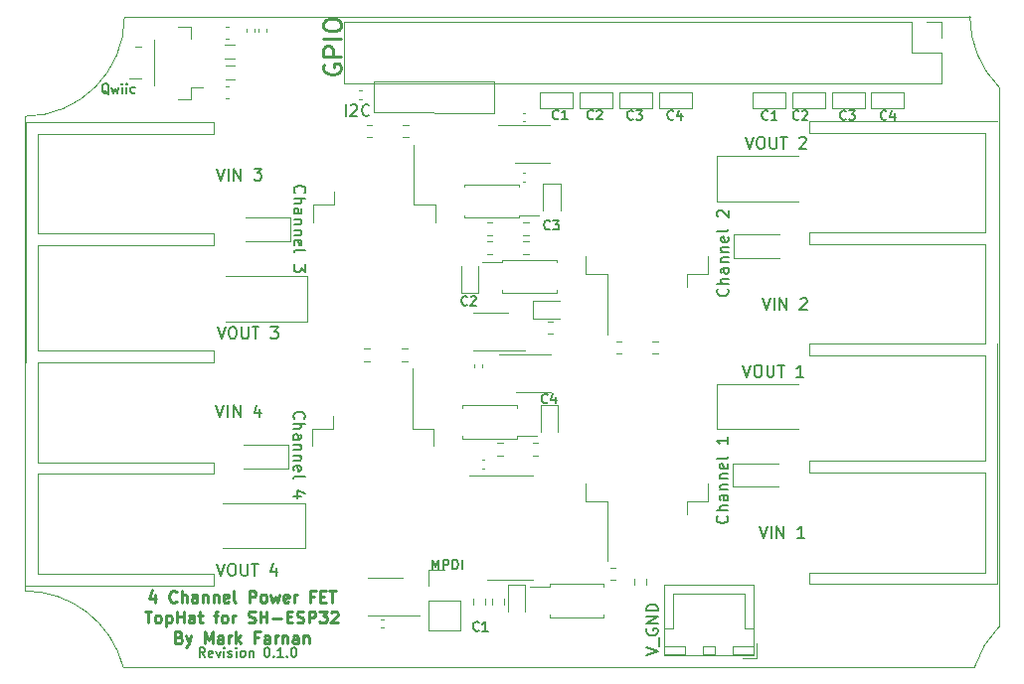
<source format=gbr>
%TF.GenerationSoftware,KiCad,Pcbnew,(5.1.8-0-10_14)*%
%TF.CreationDate,2020-12-03T14:34:03+01:00*%
%TF.ProjectId,SH-ESP32-PowerFET,53482d45-5350-4333-922d-506f77657246,0.1.0*%
%TF.SameCoordinates,Original*%
%TF.FileFunction,Legend,Top*%
%TF.FilePolarity,Positive*%
%FSLAX46Y46*%
G04 Gerber Fmt 4.6, Leading zero omitted, Abs format (unit mm)*
G04 Created by KiCad (PCBNEW (5.1.8-0-10_14)) date 2020-12-03 14:34:03*
%MOMM*%
%LPD*%
G01*
G04 APERTURE LIST*
%ADD10C,0.160000*%
%ADD11C,0.250000*%
%TA.AperFunction,Profile*%
%ADD12C,0.050000*%
%TD*%
%ADD13C,0.120000*%
G04 APERTURE END LIST*
D10*
X123742857Y-104111904D02*
X123742857Y-103311904D01*
X124009523Y-103883333D01*
X124276190Y-103311904D01*
X124276190Y-104111904D01*
X124657142Y-104111904D02*
X124657142Y-103311904D01*
X124961904Y-103311904D01*
X125038095Y-103350000D01*
X125076190Y-103388095D01*
X125114285Y-103464285D01*
X125114285Y-103578571D01*
X125076190Y-103654761D01*
X125038095Y-103692857D01*
X124961904Y-103730952D01*
X124657142Y-103730952D01*
X125457142Y-104111904D02*
X125457142Y-103311904D01*
X125647619Y-103311904D01*
X125761904Y-103350000D01*
X125838095Y-103426190D01*
X125876190Y-103502380D01*
X125914285Y-103654761D01*
X125914285Y-103769047D01*
X125876190Y-103921428D01*
X125838095Y-103997619D01*
X125761904Y-104073809D01*
X125647619Y-104111904D01*
X125457142Y-104111904D01*
X126257142Y-104111904D02*
X126257142Y-103311904D01*
X141952380Y-111488095D02*
X142952380Y-111154761D01*
X141952380Y-110821428D01*
X143047619Y-110726190D02*
X143047619Y-109964285D01*
X142000000Y-109202380D02*
X141952380Y-109297619D01*
X141952380Y-109440476D01*
X142000000Y-109583333D01*
X142095238Y-109678571D01*
X142190476Y-109726190D01*
X142380952Y-109773809D01*
X142523809Y-109773809D01*
X142714285Y-109726190D01*
X142809523Y-109678571D01*
X142904761Y-109583333D01*
X142952380Y-109440476D01*
X142952380Y-109345238D01*
X142904761Y-109202380D01*
X142857142Y-109154761D01*
X142523809Y-109154761D01*
X142523809Y-109345238D01*
X142952380Y-108726190D02*
X141952380Y-108726190D01*
X142952380Y-108154761D01*
X141952380Y-108154761D01*
X142952380Y-107678571D02*
X141952380Y-107678571D01*
X141952380Y-107440476D01*
X142000000Y-107297619D01*
X142095238Y-107202380D01*
X142190476Y-107154761D01*
X142380952Y-107107142D01*
X142523809Y-107107142D01*
X142714285Y-107154761D01*
X142809523Y-107202380D01*
X142904761Y-107297619D01*
X142952380Y-107440476D01*
X142952380Y-107678571D01*
X104342857Y-111611904D02*
X104076190Y-111230952D01*
X103885714Y-111611904D02*
X103885714Y-110811904D01*
X104190476Y-110811904D01*
X104266666Y-110850000D01*
X104304761Y-110888095D01*
X104342857Y-110964285D01*
X104342857Y-111078571D01*
X104304761Y-111154761D01*
X104266666Y-111192857D01*
X104190476Y-111230952D01*
X103885714Y-111230952D01*
X104990476Y-111573809D02*
X104914285Y-111611904D01*
X104761904Y-111611904D01*
X104685714Y-111573809D01*
X104647619Y-111497619D01*
X104647619Y-111192857D01*
X104685714Y-111116666D01*
X104761904Y-111078571D01*
X104914285Y-111078571D01*
X104990476Y-111116666D01*
X105028571Y-111192857D01*
X105028571Y-111269047D01*
X104647619Y-111345238D01*
X105295238Y-111078571D02*
X105485714Y-111611904D01*
X105676190Y-111078571D01*
X105980952Y-111611904D02*
X105980952Y-111078571D01*
X105980952Y-110811904D02*
X105942857Y-110850000D01*
X105980952Y-110888095D01*
X106019047Y-110850000D01*
X105980952Y-110811904D01*
X105980952Y-110888095D01*
X106323809Y-111573809D02*
X106400000Y-111611904D01*
X106552380Y-111611904D01*
X106628571Y-111573809D01*
X106666666Y-111497619D01*
X106666666Y-111459523D01*
X106628571Y-111383333D01*
X106552380Y-111345238D01*
X106438095Y-111345238D01*
X106361904Y-111307142D01*
X106323809Y-111230952D01*
X106323809Y-111192857D01*
X106361904Y-111116666D01*
X106438095Y-111078571D01*
X106552380Y-111078571D01*
X106628571Y-111116666D01*
X107009523Y-111611904D02*
X107009523Y-111078571D01*
X107009523Y-110811904D02*
X106971428Y-110850000D01*
X107009523Y-110888095D01*
X107047619Y-110850000D01*
X107009523Y-110811904D01*
X107009523Y-110888095D01*
X107504761Y-111611904D02*
X107428571Y-111573809D01*
X107390476Y-111535714D01*
X107352380Y-111459523D01*
X107352380Y-111230952D01*
X107390476Y-111154761D01*
X107428571Y-111116666D01*
X107504761Y-111078571D01*
X107619047Y-111078571D01*
X107695238Y-111116666D01*
X107733333Y-111154761D01*
X107771428Y-111230952D01*
X107771428Y-111459523D01*
X107733333Y-111535714D01*
X107695238Y-111573809D01*
X107619047Y-111611904D01*
X107504761Y-111611904D01*
X108114285Y-111078571D02*
X108114285Y-111611904D01*
X108114285Y-111154761D02*
X108152380Y-111116666D01*
X108228571Y-111078571D01*
X108342857Y-111078571D01*
X108419047Y-111116666D01*
X108457142Y-111192857D01*
X108457142Y-111611904D01*
X109600000Y-110811904D02*
X109676190Y-110811904D01*
X109752380Y-110850000D01*
X109790476Y-110888095D01*
X109828571Y-110964285D01*
X109866666Y-111116666D01*
X109866666Y-111307142D01*
X109828571Y-111459523D01*
X109790476Y-111535714D01*
X109752380Y-111573809D01*
X109676190Y-111611904D01*
X109600000Y-111611904D01*
X109523809Y-111573809D01*
X109485714Y-111535714D01*
X109447619Y-111459523D01*
X109409523Y-111307142D01*
X109409523Y-111116666D01*
X109447619Y-110964285D01*
X109485714Y-110888095D01*
X109523809Y-110850000D01*
X109600000Y-110811904D01*
X110209523Y-111535714D02*
X110247619Y-111573809D01*
X110209523Y-111611904D01*
X110171428Y-111573809D01*
X110209523Y-111535714D01*
X110209523Y-111611904D01*
X111009523Y-111611904D02*
X110552380Y-111611904D01*
X110780952Y-111611904D02*
X110780952Y-110811904D01*
X110704761Y-110926190D01*
X110628571Y-111002380D01*
X110552380Y-111040476D01*
X111352380Y-111535714D02*
X111390476Y-111573809D01*
X111352380Y-111611904D01*
X111314285Y-111573809D01*
X111352380Y-111535714D01*
X111352380Y-111611904D01*
X111885714Y-110811904D02*
X111961904Y-110811904D01*
X112038095Y-110850000D01*
X112076190Y-110888095D01*
X112114285Y-110964285D01*
X112152380Y-111116666D01*
X112152380Y-111307142D01*
X112114285Y-111459523D01*
X112076190Y-111535714D01*
X112038095Y-111573809D01*
X111961904Y-111611904D01*
X111885714Y-111611904D01*
X111809523Y-111573809D01*
X111771428Y-111535714D01*
X111733333Y-111459523D01*
X111695238Y-111307142D01*
X111695238Y-111116666D01*
X111733333Y-110964285D01*
X111771428Y-110888095D01*
X111809523Y-110850000D01*
X111885714Y-110811904D01*
D11*
X100071428Y-106285714D02*
X100071428Y-106952380D01*
X99833333Y-105904761D02*
X99595238Y-106619047D01*
X100214285Y-106619047D01*
X101928571Y-106857142D02*
X101880952Y-106904761D01*
X101738095Y-106952380D01*
X101642857Y-106952380D01*
X101500000Y-106904761D01*
X101404761Y-106809523D01*
X101357142Y-106714285D01*
X101309523Y-106523809D01*
X101309523Y-106380952D01*
X101357142Y-106190476D01*
X101404761Y-106095238D01*
X101500000Y-106000000D01*
X101642857Y-105952380D01*
X101738095Y-105952380D01*
X101880952Y-106000000D01*
X101928571Y-106047619D01*
X102357142Y-106952380D02*
X102357142Y-105952380D01*
X102785714Y-106952380D02*
X102785714Y-106428571D01*
X102738095Y-106333333D01*
X102642857Y-106285714D01*
X102500000Y-106285714D01*
X102404761Y-106333333D01*
X102357142Y-106380952D01*
X103690476Y-106952380D02*
X103690476Y-106428571D01*
X103642857Y-106333333D01*
X103547619Y-106285714D01*
X103357142Y-106285714D01*
X103261904Y-106333333D01*
X103690476Y-106904761D02*
X103595238Y-106952380D01*
X103357142Y-106952380D01*
X103261904Y-106904761D01*
X103214285Y-106809523D01*
X103214285Y-106714285D01*
X103261904Y-106619047D01*
X103357142Y-106571428D01*
X103595238Y-106571428D01*
X103690476Y-106523809D01*
X104166666Y-106285714D02*
X104166666Y-106952380D01*
X104166666Y-106380952D02*
X104214285Y-106333333D01*
X104309523Y-106285714D01*
X104452380Y-106285714D01*
X104547619Y-106333333D01*
X104595238Y-106428571D01*
X104595238Y-106952380D01*
X105071428Y-106285714D02*
X105071428Y-106952380D01*
X105071428Y-106380952D02*
X105119047Y-106333333D01*
X105214285Y-106285714D01*
X105357142Y-106285714D01*
X105452380Y-106333333D01*
X105500000Y-106428571D01*
X105500000Y-106952380D01*
X106357142Y-106904761D02*
X106261904Y-106952380D01*
X106071428Y-106952380D01*
X105976190Y-106904761D01*
X105928571Y-106809523D01*
X105928571Y-106428571D01*
X105976190Y-106333333D01*
X106071428Y-106285714D01*
X106261904Y-106285714D01*
X106357142Y-106333333D01*
X106404761Y-106428571D01*
X106404761Y-106523809D01*
X105928571Y-106619047D01*
X106976190Y-106952380D02*
X106880952Y-106904761D01*
X106833333Y-106809523D01*
X106833333Y-105952380D01*
X108119047Y-106952380D02*
X108119047Y-105952380D01*
X108500000Y-105952380D01*
X108595238Y-106000000D01*
X108642857Y-106047619D01*
X108690476Y-106142857D01*
X108690476Y-106285714D01*
X108642857Y-106380952D01*
X108595238Y-106428571D01*
X108500000Y-106476190D01*
X108119047Y-106476190D01*
X109261904Y-106952380D02*
X109166666Y-106904761D01*
X109119047Y-106857142D01*
X109071428Y-106761904D01*
X109071428Y-106476190D01*
X109119047Y-106380952D01*
X109166666Y-106333333D01*
X109261904Y-106285714D01*
X109404761Y-106285714D01*
X109500000Y-106333333D01*
X109547619Y-106380952D01*
X109595238Y-106476190D01*
X109595238Y-106761904D01*
X109547619Y-106857142D01*
X109500000Y-106904761D01*
X109404761Y-106952380D01*
X109261904Y-106952380D01*
X109928571Y-106285714D02*
X110119047Y-106952380D01*
X110309523Y-106476190D01*
X110500000Y-106952380D01*
X110690476Y-106285714D01*
X111452380Y-106904761D02*
X111357142Y-106952380D01*
X111166666Y-106952380D01*
X111071428Y-106904761D01*
X111023809Y-106809523D01*
X111023809Y-106428571D01*
X111071428Y-106333333D01*
X111166666Y-106285714D01*
X111357142Y-106285714D01*
X111452380Y-106333333D01*
X111500000Y-106428571D01*
X111500000Y-106523809D01*
X111023809Y-106619047D01*
X111928571Y-106952380D02*
X111928571Y-106285714D01*
X111928571Y-106476190D02*
X111976190Y-106380952D01*
X112023809Y-106333333D01*
X112119047Y-106285714D01*
X112214285Y-106285714D01*
X113642857Y-106428571D02*
X113309523Y-106428571D01*
X113309523Y-106952380D02*
X113309523Y-105952380D01*
X113785714Y-105952380D01*
X114166666Y-106428571D02*
X114500000Y-106428571D01*
X114642857Y-106952380D02*
X114166666Y-106952380D01*
X114166666Y-105952380D01*
X114642857Y-105952380D01*
X114928571Y-105952380D02*
X115500000Y-105952380D01*
X115214285Y-106952380D02*
X115214285Y-105952380D01*
X99238095Y-107702380D02*
X99809523Y-107702380D01*
X99523809Y-108702380D02*
X99523809Y-107702380D01*
X100285714Y-108702380D02*
X100190476Y-108654761D01*
X100142857Y-108607142D01*
X100095238Y-108511904D01*
X100095238Y-108226190D01*
X100142857Y-108130952D01*
X100190476Y-108083333D01*
X100285714Y-108035714D01*
X100428571Y-108035714D01*
X100523809Y-108083333D01*
X100571428Y-108130952D01*
X100619047Y-108226190D01*
X100619047Y-108511904D01*
X100571428Y-108607142D01*
X100523809Y-108654761D01*
X100428571Y-108702380D01*
X100285714Y-108702380D01*
X101047619Y-108035714D02*
X101047619Y-109035714D01*
X101047619Y-108083333D02*
X101142857Y-108035714D01*
X101333333Y-108035714D01*
X101428571Y-108083333D01*
X101476190Y-108130952D01*
X101523809Y-108226190D01*
X101523809Y-108511904D01*
X101476190Y-108607142D01*
X101428571Y-108654761D01*
X101333333Y-108702380D01*
X101142857Y-108702380D01*
X101047619Y-108654761D01*
X101952380Y-108702380D02*
X101952380Y-107702380D01*
X101952380Y-108178571D02*
X102523809Y-108178571D01*
X102523809Y-108702380D02*
X102523809Y-107702380D01*
X103428571Y-108702380D02*
X103428571Y-108178571D01*
X103380952Y-108083333D01*
X103285714Y-108035714D01*
X103095238Y-108035714D01*
X103000000Y-108083333D01*
X103428571Y-108654761D02*
X103333333Y-108702380D01*
X103095238Y-108702380D01*
X103000000Y-108654761D01*
X102952380Y-108559523D01*
X102952380Y-108464285D01*
X103000000Y-108369047D01*
X103095238Y-108321428D01*
X103333333Y-108321428D01*
X103428571Y-108273809D01*
X103761904Y-108035714D02*
X104142857Y-108035714D01*
X103904761Y-107702380D02*
X103904761Y-108559523D01*
X103952380Y-108654761D01*
X104047619Y-108702380D01*
X104142857Y-108702380D01*
X105095238Y-108035714D02*
X105476190Y-108035714D01*
X105238095Y-108702380D02*
X105238095Y-107845238D01*
X105285714Y-107750000D01*
X105380952Y-107702380D01*
X105476190Y-107702380D01*
X105952380Y-108702380D02*
X105857142Y-108654761D01*
X105809523Y-108607142D01*
X105761904Y-108511904D01*
X105761904Y-108226190D01*
X105809523Y-108130952D01*
X105857142Y-108083333D01*
X105952380Y-108035714D01*
X106095238Y-108035714D01*
X106190476Y-108083333D01*
X106238095Y-108130952D01*
X106285714Y-108226190D01*
X106285714Y-108511904D01*
X106238095Y-108607142D01*
X106190476Y-108654761D01*
X106095238Y-108702380D01*
X105952380Y-108702380D01*
X106714285Y-108702380D02*
X106714285Y-108035714D01*
X106714285Y-108226190D02*
X106761904Y-108130952D01*
X106809523Y-108083333D01*
X106904761Y-108035714D01*
X107000000Y-108035714D01*
X108047619Y-108654761D02*
X108190476Y-108702380D01*
X108428571Y-108702380D01*
X108523809Y-108654761D01*
X108571428Y-108607142D01*
X108619047Y-108511904D01*
X108619047Y-108416666D01*
X108571428Y-108321428D01*
X108523809Y-108273809D01*
X108428571Y-108226190D01*
X108238095Y-108178571D01*
X108142857Y-108130952D01*
X108095238Y-108083333D01*
X108047619Y-107988095D01*
X108047619Y-107892857D01*
X108095238Y-107797619D01*
X108142857Y-107750000D01*
X108238095Y-107702380D01*
X108476190Y-107702380D01*
X108619047Y-107750000D01*
X109047619Y-108702380D02*
X109047619Y-107702380D01*
X109047619Y-108178571D02*
X109619047Y-108178571D01*
X109619047Y-108702380D02*
X109619047Y-107702380D01*
X110095238Y-108321428D02*
X110857142Y-108321428D01*
X111333333Y-108178571D02*
X111666666Y-108178571D01*
X111809523Y-108702380D02*
X111333333Y-108702380D01*
X111333333Y-107702380D01*
X111809523Y-107702380D01*
X112190476Y-108654761D02*
X112333333Y-108702380D01*
X112571428Y-108702380D01*
X112666666Y-108654761D01*
X112714285Y-108607142D01*
X112761904Y-108511904D01*
X112761904Y-108416666D01*
X112714285Y-108321428D01*
X112666666Y-108273809D01*
X112571428Y-108226190D01*
X112380952Y-108178571D01*
X112285714Y-108130952D01*
X112238095Y-108083333D01*
X112190476Y-107988095D01*
X112190476Y-107892857D01*
X112238095Y-107797619D01*
X112285714Y-107750000D01*
X112380952Y-107702380D01*
X112619047Y-107702380D01*
X112761904Y-107750000D01*
X113190476Y-108702380D02*
X113190476Y-107702380D01*
X113571428Y-107702380D01*
X113666666Y-107750000D01*
X113714285Y-107797619D01*
X113761904Y-107892857D01*
X113761904Y-108035714D01*
X113714285Y-108130952D01*
X113666666Y-108178571D01*
X113571428Y-108226190D01*
X113190476Y-108226190D01*
X114095238Y-107702380D02*
X114714285Y-107702380D01*
X114380952Y-108083333D01*
X114523809Y-108083333D01*
X114619047Y-108130952D01*
X114666666Y-108178571D01*
X114714285Y-108273809D01*
X114714285Y-108511904D01*
X114666666Y-108607142D01*
X114619047Y-108654761D01*
X114523809Y-108702380D01*
X114238095Y-108702380D01*
X114142857Y-108654761D01*
X114095238Y-108607142D01*
X115095238Y-107797619D02*
X115142857Y-107750000D01*
X115238095Y-107702380D01*
X115476190Y-107702380D01*
X115571428Y-107750000D01*
X115619047Y-107797619D01*
X115666666Y-107892857D01*
X115666666Y-107988095D01*
X115619047Y-108130952D01*
X115047619Y-108702380D01*
X115666666Y-108702380D01*
X102142857Y-109928571D02*
X102285714Y-109976190D01*
X102333333Y-110023809D01*
X102380952Y-110119047D01*
X102380952Y-110261904D01*
X102333333Y-110357142D01*
X102285714Y-110404761D01*
X102190476Y-110452380D01*
X101809523Y-110452380D01*
X101809523Y-109452380D01*
X102142857Y-109452380D01*
X102238095Y-109500000D01*
X102285714Y-109547619D01*
X102333333Y-109642857D01*
X102333333Y-109738095D01*
X102285714Y-109833333D01*
X102238095Y-109880952D01*
X102142857Y-109928571D01*
X101809523Y-109928571D01*
X102714285Y-109785714D02*
X102952380Y-110452380D01*
X103190476Y-109785714D02*
X102952380Y-110452380D01*
X102857142Y-110690476D01*
X102809523Y-110738095D01*
X102714285Y-110785714D01*
X104333333Y-110452380D02*
X104333333Y-109452380D01*
X104666666Y-110166666D01*
X105000000Y-109452380D01*
X105000000Y-110452380D01*
X105904761Y-110452380D02*
X105904761Y-109928571D01*
X105857142Y-109833333D01*
X105761904Y-109785714D01*
X105571428Y-109785714D01*
X105476190Y-109833333D01*
X105904761Y-110404761D02*
X105809523Y-110452380D01*
X105571428Y-110452380D01*
X105476190Y-110404761D01*
X105428571Y-110309523D01*
X105428571Y-110214285D01*
X105476190Y-110119047D01*
X105571428Y-110071428D01*
X105809523Y-110071428D01*
X105904761Y-110023809D01*
X106380952Y-110452380D02*
X106380952Y-109785714D01*
X106380952Y-109976190D02*
X106428571Y-109880952D01*
X106476190Y-109833333D01*
X106571428Y-109785714D01*
X106666666Y-109785714D01*
X107000000Y-110452380D02*
X107000000Y-109452380D01*
X107095238Y-110071428D02*
X107380952Y-110452380D01*
X107380952Y-109785714D02*
X107000000Y-110166666D01*
X108904761Y-109928571D02*
X108571428Y-109928571D01*
X108571428Y-110452380D02*
X108571428Y-109452380D01*
X109047619Y-109452380D01*
X109857142Y-110452380D02*
X109857142Y-109928571D01*
X109809523Y-109833333D01*
X109714285Y-109785714D01*
X109523809Y-109785714D01*
X109428571Y-109833333D01*
X109857142Y-110404761D02*
X109761904Y-110452380D01*
X109523809Y-110452380D01*
X109428571Y-110404761D01*
X109380952Y-110309523D01*
X109380952Y-110214285D01*
X109428571Y-110119047D01*
X109523809Y-110071428D01*
X109761904Y-110071428D01*
X109857142Y-110023809D01*
X110333333Y-110452380D02*
X110333333Y-109785714D01*
X110333333Y-109976190D02*
X110380952Y-109880952D01*
X110428571Y-109833333D01*
X110523809Y-109785714D01*
X110619047Y-109785714D01*
X110952380Y-109785714D02*
X110952380Y-110452380D01*
X110952380Y-109880952D02*
X111000000Y-109833333D01*
X111095238Y-109785714D01*
X111238095Y-109785714D01*
X111333333Y-109833333D01*
X111380952Y-109928571D01*
X111380952Y-110452380D01*
X112285714Y-110452380D02*
X112285714Y-109928571D01*
X112238095Y-109833333D01*
X112142857Y-109785714D01*
X111952380Y-109785714D01*
X111857142Y-109833333D01*
X112285714Y-110404761D02*
X112190476Y-110452380D01*
X111952380Y-110452380D01*
X111857142Y-110404761D01*
X111809523Y-110309523D01*
X111809523Y-110214285D01*
X111857142Y-110119047D01*
X111952380Y-110071428D01*
X112190476Y-110071428D01*
X112285714Y-110023809D01*
X112761904Y-109785714D02*
X112761904Y-110452380D01*
X112761904Y-109880952D02*
X112809523Y-109833333D01*
X112904761Y-109785714D01*
X113047619Y-109785714D01*
X113142857Y-109833333D01*
X113190476Y-109928571D01*
X113190476Y-110452380D01*
D10*
X116333809Y-65482380D02*
X116333809Y-64482380D01*
X116762380Y-64577619D02*
X116810000Y-64530000D01*
X116905238Y-64482380D01*
X117143333Y-64482380D01*
X117238571Y-64530000D01*
X117286190Y-64577619D01*
X117333809Y-64672857D01*
X117333809Y-64768095D01*
X117286190Y-64910952D01*
X116714761Y-65482380D01*
X117333809Y-65482380D01*
X118333809Y-65387142D02*
X118286190Y-65434761D01*
X118143333Y-65482380D01*
X118048095Y-65482380D01*
X117905238Y-65434761D01*
X117810000Y-65339523D01*
X117762380Y-65244285D01*
X117714761Y-65053809D01*
X117714761Y-64910952D01*
X117762380Y-64720476D01*
X117810000Y-64625238D01*
X117905238Y-64530000D01*
X118048095Y-64482380D01*
X118143333Y-64482380D01*
X118286190Y-64530000D01*
X118333809Y-64577619D01*
X96161904Y-63598095D02*
X96085714Y-63560000D01*
X96009523Y-63483809D01*
X95895238Y-63369523D01*
X95819047Y-63331428D01*
X95742857Y-63331428D01*
X95780952Y-63521904D02*
X95704761Y-63483809D01*
X95628571Y-63407619D01*
X95590476Y-63255238D01*
X95590476Y-62988571D01*
X95628571Y-62836190D01*
X95704761Y-62760000D01*
X95780952Y-62721904D01*
X95933333Y-62721904D01*
X96009523Y-62760000D01*
X96085714Y-62836190D01*
X96123809Y-62988571D01*
X96123809Y-63255238D01*
X96085714Y-63407619D01*
X96009523Y-63483809D01*
X95933333Y-63521904D01*
X95780952Y-63521904D01*
X96390476Y-62988571D02*
X96542857Y-63521904D01*
X96695238Y-63140952D01*
X96847619Y-63521904D01*
X97000000Y-62988571D01*
X97304761Y-63521904D02*
X97304761Y-62988571D01*
X97304761Y-62721904D02*
X97266666Y-62760000D01*
X97304761Y-62798095D01*
X97342857Y-62760000D01*
X97304761Y-62721904D01*
X97304761Y-62798095D01*
X97685714Y-63521904D02*
X97685714Y-62988571D01*
X97685714Y-62721904D02*
X97647619Y-62760000D01*
X97685714Y-62798095D01*
X97723809Y-62760000D01*
X97685714Y-62721904D01*
X97685714Y-62798095D01*
X98409523Y-63483809D02*
X98333333Y-63521904D01*
X98180952Y-63521904D01*
X98104761Y-63483809D01*
X98066666Y-63445714D01*
X98028571Y-63369523D01*
X98028571Y-63140952D01*
X98066666Y-63064761D01*
X98104761Y-63026666D01*
X98180952Y-62988571D01*
X98333333Y-62988571D01*
X98409523Y-63026666D01*
X150410952Y-67252380D02*
X150744285Y-68252380D01*
X151077619Y-67252380D01*
X151601428Y-67252380D02*
X151791904Y-67252380D01*
X151887142Y-67300000D01*
X151982380Y-67395238D01*
X152030000Y-67585714D01*
X152030000Y-67919047D01*
X151982380Y-68109523D01*
X151887142Y-68204761D01*
X151791904Y-68252380D01*
X151601428Y-68252380D01*
X151506190Y-68204761D01*
X151410952Y-68109523D01*
X151363333Y-67919047D01*
X151363333Y-67585714D01*
X151410952Y-67395238D01*
X151506190Y-67300000D01*
X151601428Y-67252380D01*
X152458571Y-67252380D02*
X152458571Y-68061904D01*
X152506190Y-68157142D01*
X152553809Y-68204761D01*
X152649047Y-68252380D01*
X152839523Y-68252380D01*
X152934761Y-68204761D01*
X152982380Y-68157142D01*
X153030000Y-68061904D01*
X153030000Y-67252380D01*
X153363333Y-67252380D02*
X153934761Y-67252380D01*
X153649047Y-68252380D02*
X153649047Y-67252380D01*
X154982380Y-67347619D02*
X155030000Y-67300000D01*
X155125238Y-67252380D01*
X155363333Y-67252380D01*
X155458571Y-67300000D01*
X155506190Y-67347619D01*
X155553809Y-67442857D01*
X155553809Y-67538095D01*
X155506190Y-67680952D01*
X154934761Y-68252380D01*
X155553809Y-68252380D01*
X151817619Y-81002380D02*
X152150952Y-82002380D01*
X152484285Y-81002380D01*
X152817619Y-82002380D02*
X152817619Y-81002380D01*
X153293809Y-82002380D02*
X153293809Y-81002380D01*
X153865238Y-82002380D01*
X153865238Y-81002380D01*
X155055714Y-81097619D02*
X155103333Y-81050000D01*
X155198571Y-81002380D01*
X155436666Y-81002380D01*
X155531904Y-81050000D01*
X155579523Y-81097619D01*
X155627142Y-81192857D01*
X155627142Y-81288095D01*
X155579523Y-81430952D01*
X155008095Y-82002380D01*
X155627142Y-82002380D01*
X151577619Y-100462380D02*
X151910952Y-101462380D01*
X152244285Y-100462380D01*
X152577619Y-101462380D02*
X152577619Y-100462380D01*
X153053809Y-101462380D02*
X153053809Y-100462380D01*
X153625238Y-101462380D01*
X153625238Y-100462380D01*
X155387142Y-101462380D02*
X154815714Y-101462380D01*
X155101428Y-101462380D02*
X155101428Y-100462380D01*
X155006190Y-100605238D01*
X154910952Y-100700476D01*
X154815714Y-100748095D01*
X150170952Y-86712380D02*
X150504285Y-87712380D01*
X150837619Y-86712380D01*
X151361428Y-86712380D02*
X151551904Y-86712380D01*
X151647142Y-86760000D01*
X151742380Y-86855238D01*
X151790000Y-87045714D01*
X151790000Y-87379047D01*
X151742380Y-87569523D01*
X151647142Y-87664761D01*
X151551904Y-87712380D01*
X151361428Y-87712380D01*
X151266190Y-87664761D01*
X151170952Y-87569523D01*
X151123333Y-87379047D01*
X151123333Y-87045714D01*
X151170952Y-86855238D01*
X151266190Y-86760000D01*
X151361428Y-86712380D01*
X152218571Y-86712380D02*
X152218571Y-87521904D01*
X152266190Y-87617142D01*
X152313809Y-87664761D01*
X152409047Y-87712380D01*
X152599523Y-87712380D01*
X152694761Y-87664761D01*
X152742380Y-87617142D01*
X152790000Y-87521904D01*
X152790000Y-86712380D01*
X153123333Y-86712380D02*
X153694761Y-86712380D01*
X153409047Y-87712380D02*
X153409047Y-86712380D01*
X155313809Y-87712380D02*
X154742380Y-87712380D01*
X155028095Y-87712380D02*
X155028095Y-86712380D01*
X154932857Y-86855238D01*
X154837619Y-86950476D01*
X154742380Y-86998095D01*
X105370952Y-103662380D02*
X105704285Y-104662380D01*
X106037619Y-103662380D01*
X106561428Y-103662380D02*
X106751904Y-103662380D01*
X106847142Y-103710000D01*
X106942380Y-103805238D01*
X106990000Y-103995714D01*
X106990000Y-104329047D01*
X106942380Y-104519523D01*
X106847142Y-104614761D01*
X106751904Y-104662380D01*
X106561428Y-104662380D01*
X106466190Y-104614761D01*
X106370952Y-104519523D01*
X106323333Y-104329047D01*
X106323333Y-103995714D01*
X106370952Y-103805238D01*
X106466190Y-103710000D01*
X106561428Y-103662380D01*
X107418571Y-103662380D02*
X107418571Y-104471904D01*
X107466190Y-104567142D01*
X107513809Y-104614761D01*
X107609047Y-104662380D01*
X107799523Y-104662380D01*
X107894761Y-104614761D01*
X107942380Y-104567142D01*
X107990000Y-104471904D01*
X107990000Y-103662380D01*
X108323333Y-103662380D02*
X108894761Y-103662380D01*
X108609047Y-104662380D02*
X108609047Y-103662380D01*
X110418571Y-103995714D02*
X110418571Y-104662380D01*
X110180476Y-103614761D02*
X109942380Y-104329047D01*
X110561428Y-104329047D01*
X105297619Y-90152380D02*
X105630952Y-91152380D01*
X105964285Y-90152380D01*
X106297619Y-91152380D02*
X106297619Y-90152380D01*
X106773809Y-91152380D02*
X106773809Y-90152380D01*
X107345238Y-91152380D01*
X107345238Y-90152380D01*
X109011904Y-90485714D02*
X109011904Y-91152380D01*
X108773809Y-90104761D02*
X108535714Y-90819047D01*
X109154761Y-90819047D01*
X105420952Y-83462380D02*
X105754285Y-84462380D01*
X106087619Y-83462380D01*
X106611428Y-83462380D02*
X106801904Y-83462380D01*
X106897142Y-83510000D01*
X106992380Y-83605238D01*
X107040000Y-83795714D01*
X107040000Y-84129047D01*
X106992380Y-84319523D01*
X106897142Y-84414761D01*
X106801904Y-84462380D01*
X106611428Y-84462380D01*
X106516190Y-84414761D01*
X106420952Y-84319523D01*
X106373333Y-84129047D01*
X106373333Y-83795714D01*
X106420952Y-83605238D01*
X106516190Y-83510000D01*
X106611428Y-83462380D01*
X107468571Y-83462380D02*
X107468571Y-84271904D01*
X107516190Y-84367142D01*
X107563809Y-84414761D01*
X107659047Y-84462380D01*
X107849523Y-84462380D01*
X107944761Y-84414761D01*
X107992380Y-84367142D01*
X108040000Y-84271904D01*
X108040000Y-83462380D01*
X108373333Y-83462380D02*
X108944761Y-83462380D01*
X108659047Y-84462380D02*
X108659047Y-83462380D01*
X109944761Y-83462380D02*
X110563809Y-83462380D01*
X110230476Y-83843333D01*
X110373333Y-83843333D01*
X110468571Y-83890952D01*
X110516190Y-83938571D01*
X110563809Y-84033809D01*
X110563809Y-84271904D01*
X110516190Y-84367142D01*
X110468571Y-84414761D01*
X110373333Y-84462380D01*
X110087619Y-84462380D01*
X109992380Y-84414761D01*
X109944761Y-84367142D01*
X105347619Y-69952380D02*
X105680952Y-70952380D01*
X106014285Y-69952380D01*
X106347619Y-70952380D02*
X106347619Y-69952380D01*
X106823809Y-70952380D02*
X106823809Y-69952380D01*
X107395238Y-70952380D01*
X107395238Y-69952380D01*
X108538095Y-69952380D02*
X109157142Y-69952380D01*
X108823809Y-70333333D01*
X108966666Y-70333333D01*
X109061904Y-70380952D01*
X109109523Y-70428571D01*
X109157142Y-70523809D01*
X109157142Y-70761904D01*
X109109523Y-70857142D01*
X109061904Y-70904761D01*
X108966666Y-70952380D01*
X108680952Y-70952380D01*
X108585714Y-70904761D01*
X108538095Y-70857142D01*
X148857142Y-80207619D02*
X148904761Y-80255238D01*
X148952380Y-80398095D01*
X148952380Y-80493333D01*
X148904761Y-80636190D01*
X148809523Y-80731428D01*
X148714285Y-80779047D01*
X148523809Y-80826666D01*
X148380952Y-80826666D01*
X148190476Y-80779047D01*
X148095238Y-80731428D01*
X148000000Y-80636190D01*
X147952380Y-80493333D01*
X147952380Y-80398095D01*
X148000000Y-80255238D01*
X148047619Y-80207619D01*
X148952380Y-79779047D02*
X147952380Y-79779047D01*
X148952380Y-79350476D02*
X148428571Y-79350476D01*
X148333333Y-79398095D01*
X148285714Y-79493333D01*
X148285714Y-79636190D01*
X148333333Y-79731428D01*
X148380952Y-79779047D01*
X148952380Y-78445714D02*
X148428571Y-78445714D01*
X148333333Y-78493333D01*
X148285714Y-78588571D01*
X148285714Y-78779047D01*
X148333333Y-78874285D01*
X148904761Y-78445714D02*
X148952380Y-78540952D01*
X148952380Y-78779047D01*
X148904761Y-78874285D01*
X148809523Y-78921904D01*
X148714285Y-78921904D01*
X148619047Y-78874285D01*
X148571428Y-78779047D01*
X148571428Y-78540952D01*
X148523809Y-78445714D01*
X148285714Y-77969523D02*
X148952380Y-77969523D01*
X148380952Y-77969523D02*
X148333333Y-77921904D01*
X148285714Y-77826666D01*
X148285714Y-77683809D01*
X148333333Y-77588571D01*
X148428571Y-77540952D01*
X148952380Y-77540952D01*
X148285714Y-77064761D02*
X148952380Y-77064761D01*
X148380952Y-77064761D02*
X148333333Y-77017142D01*
X148285714Y-76921904D01*
X148285714Y-76779047D01*
X148333333Y-76683809D01*
X148428571Y-76636190D01*
X148952380Y-76636190D01*
X148904761Y-75779047D02*
X148952380Y-75874285D01*
X148952380Y-76064761D01*
X148904761Y-76160000D01*
X148809523Y-76207619D01*
X148428571Y-76207619D01*
X148333333Y-76160000D01*
X148285714Y-76064761D01*
X148285714Y-75874285D01*
X148333333Y-75779047D01*
X148428571Y-75731428D01*
X148523809Y-75731428D01*
X148619047Y-76207619D01*
X148952380Y-75160000D02*
X148904761Y-75255238D01*
X148809523Y-75302857D01*
X147952380Y-75302857D01*
X148047619Y-74064761D02*
X148000000Y-74017142D01*
X147952380Y-73921904D01*
X147952380Y-73683809D01*
X148000000Y-73588571D01*
X148047619Y-73540952D01*
X148142857Y-73493333D01*
X148238095Y-73493333D01*
X148380952Y-73540952D01*
X148952380Y-74112380D01*
X148952380Y-73493333D01*
X148807142Y-99567619D02*
X148854761Y-99615238D01*
X148902380Y-99758095D01*
X148902380Y-99853333D01*
X148854761Y-99996190D01*
X148759523Y-100091428D01*
X148664285Y-100139047D01*
X148473809Y-100186666D01*
X148330952Y-100186666D01*
X148140476Y-100139047D01*
X148045238Y-100091428D01*
X147950000Y-99996190D01*
X147902380Y-99853333D01*
X147902380Y-99758095D01*
X147950000Y-99615238D01*
X147997619Y-99567619D01*
X148902380Y-99139047D02*
X147902380Y-99139047D01*
X148902380Y-98710476D02*
X148378571Y-98710476D01*
X148283333Y-98758095D01*
X148235714Y-98853333D01*
X148235714Y-98996190D01*
X148283333Y-99091428D01*
X148330952Y-99139047D01*
X148902380Y-97805714D02*
X148378571Y-97805714D01*
X148283333Y-97853333D01*
X148235714Y-97948571D01*
X148235714Y-98139047D01*
X148283333Y-98234285D01*
X148854761Y-97805714D02*
X148902380Y-97900952D01*
X148902380Y-98139047D01*
X148854761Y-98234285D01*
X148759523Y-98281904D01*
X148664285Y-98281904D01*
X148569047Y-98234285D01*
X148521428Y-98139047D01*
X148521428Y-97900952D01*
X148473809Y-97805714D01*
X148235714Y-97329523D02*
X148902380Y-97329523D01*
X148330952Y-97329523D02*
X148283333Y-97281904D01*
X148235714Y-97186666D01*
X148235714Y-97043809D01*
X148283333Y-96948571D01*
X148378571Y-96900952D01*
X148902380Y-96900952D01*
X148235714Y-96424761D02*
X148902380Y-96424761D01*
X148330952Y-96424761D02*
X148283333Y-96377142D01*
X148235714Y-96281904D01*
X148235714Y-96139047D01*
X148283333Y-96043809D01*
X148378571Y-95996190D01*
X148902380Y-95996190D01*
X148854761Y-95139047D02*
X148902380Y-95234285D01*
X148902380Y-95424761D01*
X148854761Y-95520000D01*
X148759523Y-95567619D01*
X148378571Y-95567619D01*
X148283333Y-95520000D01*
X148235714Y-95424761D01*
X148235714Y-95234285D01*
X148283333Y-95139047D01*
X148378571Y-95091428D01*
X148473809Y-95091428D01*
X148569047Y-95567619D01*
X148902380Y-94520000D02*
X148854761Y-94615238D01*
X148759523Y-94662857D01*
X147902380Y-94662857D01*
X148902380Y-92853333D02*
X148902380Y-93424761D01*
X148902380Y-93139047D02*
X147902380Y-93139047D01*
X148045238Y-93234285D01*
X148140476Y-93329523D01*
X148188095Y-93424761D01*
X111972857Y-91302380D02*
X111925238Y-91254761D01*
X111877619Y-91111904D01*
X111877619Y-91016666D01*
X111925238Y-90873809D01*
X112020476Y-90778571D01*
X112115714Y-90730952D01*
X112306190Y-90683333D01*
X112449047Y-90683333D01*
X112639523Y-90730952D01*
X112734761Y-90778571D01*
X112830000Y-90873809D01*
X112877619Y-91016666D01*
X112877619Y-91111904D01*
X112830000Y-91254761D01*
X112782380Y-91302380D01*
X111877619Y-91730952D02*
X112877619Y-91730952D01*
X111877619Y-92159523D02*
X112401428Y-92159523D01*
X112496666Y-92111904D01*
X112544285Y-92016666D01*
X112544285Y-91873809D01*
X112496666Y-91778571D01*
X112449047Y-91730952D01*
X111877619Y-93064285D02*
X112401428Y-93064285D01*
X112496666Y-93016666D01*
X112544285Y-92921428D01*
X112544285Y-92730952D01*
X112496666Y-92635714D01*
X111925238Y-93064285D02*
X111877619Y-92969047D01*
X111877619Y-92730952D01*
X111925238Y-92635714D01*
X112020476Y-92588095D01*
X112115714Y-92588095D01*
X112210952Y-92635714D01*
X112258571Y-92730952D01*
X112258571Y-92969047D01*
X112306190Y-93064285D01*
X112544285Y-93540476D02*
X111877619Y-93540476D01*
X112449047Y-93540476D02*
X112496666Y-93588095D01*
X112544285Y-93683333D01*
X112544285Y-93826190D01*
X112496666Y-93921428D01*
X112401428Y-93969047D01*
X111877619Y-93969047D01*
X112544285Y-94445238D02*
X111877619Y-94445238D01*
X112449047Y-94445238D02*
X112496666Y-94492857D01*
X112544285Y-94588095D01*
X112544285Y-94730952D01*
X112496666Y-94826190D01*
X112401428Y-94873809D01*
X111877619Y-94873809D01*
X111925238Y-95730952D02*
X111877619Y-95635714D01*
X111877619Y-95445238D01*
X111925238Y-95350000D01*
X112020476Y-95302380D01*
X112401428Y-95302380D01*
X112496666Y-95350000D01*
X112544285Y-95445238D01*
X112544285Y-95635714D01*
X112496666Y-95730952D01*
X112401428Y-95778571D01*
X112306190Y-95778571D01*
X112210952Y-95302380D01*
X111877619Y-96350000D02*
X111925238Y-96254761D01*
X112020476Y-96207142D01*
X112877619Y-96207142D01*
X112544285Y-97921428D02*
X111877619Y-97921428D01*
X112925238Y-97683333D02*
X112210952Y-97445238D01*
X112210952Y-98064285D01*
X112022857Y-72042380D02*
X111975238Y-71994761D01*
X111927619Y-71851904D01*
X111927619Y-71756666D01*
X111975238Y-71613809D01*
X112070476Y-71518571D01*
X112165714Y-71470952D01*
X112356190Y-71423333D01*
X112499047Y-71423333D01*
X112689523Y-71470952D01*
X112784761Y-71518571D01*
X112880000Y-71613809D01*
X112927619Y-71756666D01*
X112927619Y-71851904D01*
X112880000Y-71994761D01*
X112832380Y-72042380D01*
X111927619Y-72470952D02*
X112927619Y-72470952D01*
X111927619Y-72899523D02*
X112451428Y-72899523D01*
X112546666Y-72851904D01*
X112594285Y-72756666D01*
X112594285Y-72613809D01*
X112546666Y-72518571D01*
X112499047Y-72470952D01*
X111927619Y-73804285D02*
X112451428Y-73804285D01*
X112546666Y-73756666D01*
X112594285Y-73661428D01*
X112594285Y-73470952D01*
X112546666Y-73375714D01*
X111975238Y-73804285D02*
X111927619Y-73709047D01*
X111927619Y-73470952D01*
X111975238Y-73375714D01*
X112070476Y-73328095D01*
X112165714Y-73328095D01*
X112260952Y-73375714D01*
X112308571Y-73470952D01*
X112308571Y-73709047D01*
X112356190Y-73804285D01*
X112594285Y-74280476D02*
X111927619Y-74280476D01*
X112499047Y-74280476D02*
X112546666Y-74328095D01*
X112594285Y-74423333D01*
X112594285Y-74566190D01*
X112546666Y-74661428D01*
X112451428Y-74709047D01*
X111927619Y-74709047D01*
X112594285Y-75185238D02*
X111927619Y-75185238D01*
X112499047Y-75185238D02*
X112546666Y-75232857D01*
X112594285Y-75328095D01*
X112594285Y-75470952D01*
X112546666Y-75566190D01*
X112451428Y-75613809D01*
X111927619Y-75613809D01*
X111975238Y-76470952D02*
X111927619Y-76375714D01*
X111927619Y-76185238D01*
X111975238Y-76090000D01*
X112070476Y-76042380D01*
X112451428Y-76042380D01*
X112546666Y-76090000D01*
X112594285Y-76185238D01*
X112594285Y-76375714D01*
X112546666Y-76470952D01*
X112451428Y-76518571D01*
X112356190Y-76518571D01*
X112260952Y-76042380D01*
X111927619Y-77090000D02*
X111975238Y-76994761D01*
X112070476Y-76947142D01*
X112927619Y-76947142D01*
X112927619Y-78137619D02*
X112927619Y-78756666D01*
X112546666Y-78423333D01*
X112546666Y-78566190D01*
X112499047Y-78661428D01*
X112451428Y-78709047D01*
X112356190Y-78756666D01*
X112118095Y-78756666D01*
X112022857Y-78709047D01*
X111975238Y-78661428D01*
X111927619Y-78566190D01*
X111927619Y-78280476D01*
X111975238Y-78185238D01*
X112022857Y-78137619D01*
X127696666Y-109315714D02*
X127658571Y-109353809D01*
X127544285Y-109391904D01*
X127468095Y-109391904D01*
X127353809Y-109353809D01*
X127277619Y-109277619D01*
X127239523Y-109201428D01*
X127201428Y-109049047D01*
X127201428Y-108934761D01*
X127239523Y-108782380D01*
X127277619Y-108706190D01*
X127353809Y-108630000D01*
X127468095Y-108591904D01*
X127544285Y-108591904D01*
X127658571Y-108630000D01*
X127696666Y-108668095D01*
X128458571Y-109391904D02*
X128001428Y-109391904D01*
X128230000Y-109391904D02*
X128230000Y-108591904D01*
X128153809Y-108706190D01*
X128077619Y-108782380D01*
X128001428Y-108820476D01*
X133516666Y-89885714D02*
X133478571Y-89923809D01*
X133364285Y-89961904D01*
X133288095Y-89961904D01*
X133173809Y-89923809D01*
X133097619Y-89847619D01*
X133059523Y-89771428D01*
X133021428Y-89619047D01*
X133021428Y-89504761D01*
X133059523Y-89352380D01*
X133097619Y-89276190D01*
X133173809Y-89200000D01*
X133288095Y-89161904D01*
X133364285Y-89161904D01*
X133478571Y-89200000D01*
X133516666Y-89238095D01*
X134202380Y-89428571D02*
X134202380Y-89961904D01*
X134011904Y-89123809D02*
X133821428Y-89695238D01*
X134316666Y-89695238D01*
X133716666Y-75095714D02*
X133678571Y-75133809D01*
X133564285Y-75171904D01*
X133488095Y-75171904D01*
X133373809Y-75133809D01*
X133297619Y-75057619D01*
X133259523Y-74981428D01*
X133221428Y-74829047D01*
X133221428Y-74714761D01*
X133259523Y-74562380D01*
X133297619Y-74486190D01*
X133373809Y-74410000D01*
X133488095Y-74371904D01*
X133564285Y-74371904D01*
X133678571Y-74410000D01*
X133716666Y-74448095D01*
X133983333Y-74371904D02*
X134478571Y-74371904D01*
X134211904Y-74676666D01*
X134326190Y-74676666D01*
X134402380Y-74714761D01*
X134440476Y-74752857D01*
X134478571Y-74829047D01*
X134478571Y-75019523D01*
X134440476Y-75095714D01*
X134402380Y-75133809D01*
X134326190Y-75171904D01*
X134097619Y-75171904D01*
X134021428Y-75133809D01*
X133983333Y-75095714D01*
X126686666Y-81545714D02*
X126648571Y-81583809D01*
X126534285Y-81621904D01*
X126458095Y-81621904D01*
X126343809Y-81583809D01*
X126267619Y-81507619D01*
X126229523Y-81431428D01*
X126191428Y-81279047D01*
X126191428Y-81164761D01*
X126229523Y-81012380D01*
X126267619Y-80936190D01*
X126343809Y-80860000D01*
X126458095Y-80821904D01*
X126534285Y-80821904D01*
X126648571Y-80860000D01*
X126686666Y-80898095D01*
X126991428Y-80898095D02*
X127029523Y-80860000D01*
X127105714Y-80821904D01*
X127296190Y-80821904D01*
X127372380Y-80860000D01*
X127410476Y-80898095D01*
X127448571Y-80974285D01*
X127448571Y-81050476D01*
X127410476Y-81164761D01*
X126953333Y-81621904D01*
X127448571Y-81621904D01*
X152286666Y-65725714D02*
X152248571Y-65763809D01*
X152134285Y-65801904D01*
X152058095Y-65801904D01*
X151943809Y-65763809D01*
X151867619Y-65687619D01*
X151829523Y-65611428D01*
X151791428Y-65459047D01*
X151791428Y-65344761D01*
X151829523Y-65192380D01*
X151867619Y-65116190D01*
X151943809Y-65040000D01*
X152058095Y-65001904D01*
X152134285Y-65001904D01*
X152248571Y-65040000D01*
X152286666Y-65078095D01*
X153048571Y-65801904D02*
X152591428Y-65801904D01*
X152820000Y-65801904D02*
X152820000Y-65001904D01*
X152743809Y-65116190D01*
X152667619Y-65192380D01*
X152591428Y-65230476D01*
X162376666Y-65725714D02*
X162338571Y-65763809D01*
X162224285Y-65801904D01*
X162148095Y-65801904D01*
X162033809Y-65763809D01*
X161957619Y-65687619D01*
X161919523Y-65611428D01*
X161881428Y-65459047D01*
X161881428Y-65344761D01*
X161919523Y-65192380D01*
X161957619Y-65116190D01*
X162033809Y-65040000D01*
X162148095Y-65001904D01*
X162224285Y-65001904D01*
X162338571Y-65040000D01*
X162376666Y-65078095D01*
X163062380Y-65268571D02*
X163062380Y-65801904D01*
X162871904Y-64963809D02*
X162681428Y-65535238D01*
X163176666Y-65535238D01*
X154916666Y-65725714D02*
X154878571Y-65763809D01*
X154764285Y-65801904D01*
X154688095Y-65801904D01*
X154573809Y-65763809D01*
X154497619Y-65687619D01*
X154459523Y-65611428D01*
X154421428Y-65459047D01*
X154421428Y-65344761D01*
X154459523Y-65192380D01*
X154497619Y-65116190D01*
X154573809Y-65040000D01*
X154688095Y-65001904D01*
X154764285Y-65001904D01*
X154878571Y-65040000D01*
X154916666Y-65078095D01*
X155221428Y-65078095D02*
X155259523Y-65040000D01*
X155335714Y-65001904D01*
X155526190Y-65001904D01*
X155602380Y-65040000D01*
X155640476Y-65078095D01*
X155678571Y-65154285D01*
X155678571Y-65230476D01*
X155640476Y-65344761D01*
X155183333Y-65801904D01*
X155678571Y-65801904D01*
X158926666Y-65715714D02*
X158888571Y-65753809D01*
X158774285Y-65791904D01*
X158698095Y-65791904D01*
X158583809Y-65753809D01*
X158507619Y-65677619D01*
X158469523Y-65601428D01*
X158431428Y-65449047D01*
X158431428Y-65334761D01*
X158469523Y-65182380D01*
X158507619Y-65106190D01*
X158583809Y-65030000D01*
X158698095Y-64991904D01*
X158774285Y-64991904D01*
X158888571Y-65030000D01*
X158926666Y-65068095D01*
X159193333Y-64991904D02*
X159688571Y-64991904D01*
X159421904Y-65296666D01*
X159536190Y-65296666D01*
X159612380Y-65334761D01*
X159650476Y-65372857D01*
X159688571Y-65449047D01*
X159688571Y-65639523D01*
X159650476Y-65715714D01*
X159612380Y-65753809D01*
X159536190Y-65791904D01*
X159307619Y-65791904D01*
X159231428Y-65753809D01*
X159193333Y-65715714D01*
X144246666Y-65705714D02*
X144208571Y-65743809D01*
X144094285Y-65781904D01*
X144018095Y-65781904D01*
X143903809Y-65743809D01*
X143827619Y-65667619D01*
X143789523Y-65591428D01*
X143751428Y-65439047D01*
X143751428Y-65324761D01*
X143789523Y-65172380D01*
X143827619Y-65096190D01*
X143903809Y-65020000D01*
X144018095Y-64981904D01*
X144094285Y-64981904D01*
X144208571Y-65020000D01*
X144246666Y-65058095D01*
X144932380Y-65248571D02*
X144932380Y-65781904D01*
X144741904Y-64943809D02*
X144551428Y-65515238D01*
X145046666Y-65515238D01*
X140806666Y-65705714D02*
X140768571Y-65743809D01*
X140654285Y-65781904D01*
X140578095Y-65781904D01*
X140463809Y-65743809D01*
X140387619Y-65667619D01*
X140349523Y-65591428D01*
X140311428Y-65439047D01*
X140311428Y-65324761D01*
X140349523Y-65172380D01*
X140387619Y-65096190D01*
X140463809Y-65020000D01*
X140578095Y-64981904D01*
X140654285Y-64981904D01*
X140768571Y-65020000D01*
X140806666Y-65058095D01*
X141073333Y-64981904D02*
X141568571Y-64981904D01*
X141301904Y-65286666D01*
X141416190Y-65286666D01*
X141492380Y-65324761D01*
X141530476Y-65362857D01*
X141568571Y-65439047D01*
X141568571Y-65629523D01*
X141530476Y-65705714D01*
X141492380Y-65743809D01*
X141416190Y-65781904D01*
X141187619Y-65781904D01*
X141111428Y-65743809D01*
X141073333Y-65705714D01*
X137406666Y-65675714D02*
X137368571Y-65713809D01*
X137254285Y-65751904D01*
X137178095Y-65751904D01*
X137063809Y-65713809D01*
X136987619Y-65637619D01*
X136949523Y-65561428D01*
X136911428Y-65409047D01*
X136911428Y-65294761D01*
X136949523Y-65142380D01*
X136987619Y-65066190D01*
X137063809Y-64990000D01*
X137178095Y-64951904D01*
X137254285Y-64951904D01*
X137368571Y-64990000D01*
X137406666Y-65028095D01*
X137711428Y-65028095D02*
X137749523Y-64990000D01*
X137825714Y-64951904D01*
X138016190Y-64951904D01*
X138092380Y-64990000D01*
X138130476Y-65028095D01*
X138168571Y-65104285D01*
X138168571Y-65180476D01*
X138130476Y-65294761D01*
X137673333Y-65751904D01*
X138168571Y-65751904D01*
X134466666Y-65675714D02*
X134428571Y-65713809D01*
X134314285Y-65751904D01*
X134238095Y-65751904D01*
X134123809Y-65713809D01*
X134047619Y-65637619D01*
X134009523Y-65561428D01*
X133971428Y-65409047D01*
X133971428Y-65294761D01*
X134009523Y-65142380D01*
X134047619Y-65066190D01*
X134123809Y-64990000D01*
X134238095Y-64951904D01*
X134314285Y-64951904D01*
X134428571Y-64990000D01*
X134466666Y-65028095D01*
X135228571Y-65751904D02*
X134771428Y-65751904D01*
X135000000Y-65751904D02*
X135000000Y-64951904D01*
X134923809Y-65066190D01*
X134847619Y-65142380D01*
X134771428Y-65180476D01*
D12*
X89000000Y-105978147D02*
G75*
G02*
X97400000Y-112500000I0J-8670432D01*
G01*
X97400000Y-112500000D02*
X127000000Y-112500000D01*
X89000000Y-103000000D02*
X89000000Y-105978147D01*
X153000000Y-112500000D02*
X169891435Y-112499765D01*
X171989592Y-63010408D02*
X172000000Y-109000000D01*
X153000000Y-112500000D02*
X153000000Y-112500000D01*
X127000000Y-112500000D02*
X153000000Y-112500000D01*
X169891436Y-112499765D02*
G75*
G02*
X172000000Y-109000000I8108564J-2500235D01*
G01*
X171989592Y-63010408D02*
G75*
G02*
X169500000Y-57000000I6010408J6010408D01*
G01*
X97500000Y-57000000D02*
G75*
G02*
X89000000Y-65500000I-8500000J0D01*
G01*
X169500000Y-57000000D02*
X97500000Y-57000000D01*
X89000000Y-65500000D02*
X89000000Y-103000000D01*
D11*
X114520000Y-61080000D02*
X114448571Y-61222857D01*
X114448571Y-61437142D01*
X114520000Y-61651428D01*
X114662857Y-61794285D01*
X114805714Y-61865714D01*
X115091428Y-61937142D01*
X115305714Y-61937142D01*
X115591428Y-61865714D01*
X115734285Y-61794285D01*
X115877142Y-61651428D01*
X115948571Y-61437142D01*
X115948571Y-61294285D01*
X115877142Y-61080000D01*
X115805714Y-61008571D01*
X115305714Y-61008571D01*
X115305714Y-61294285D01*
X115948571Y-60365714D02*
X114448571Y-60365714D01*
X114448571Y-59794285D01*
X114520000Y-59651428D01*
X114591428Y-59580000D01*
X114734285Y-59508571D01*
X114948571Y-59508571D01*
X115091428Y-59580000D01*
X115162857Y-59651428D01*
X115234285Y-59794285D01*
X115234285Y-60365714D01*
X115948571Y-58865714D02*
X114448571Y-58865714D01*
X114448571Y-57865714D02*
X114448571Y-57580000D01*
X114520000Y-57437142D01*
X114662857Y-57294285D01*
X114948571Y-57222857D01*
X115448571Y-57222857D01*
X115734285Y-57294285D01*
X115877142Y-57437142D01*
X115948571Y-57580000D01*
X115948571Y-57865714D01*
X115877142Y-58008571D01*
X115734285Y-58151428D01*
X115448571Y-58222857D01*
X114948571Y-58222857D01*
X114662857Y-58151428D01*
X114520000Y-58008571D01*
X114448571Y-57865714D01*
D13*
%TO.C,R101*%
X133512742Y-82977500D02*
X133987258Y-82977500D01*
X133512742Y-84022500D02*
X133987258Y-84022500D01*
%TO.C,D101*%
X134550000Y-81265000D02*
X132265000Y-81265000D01*
X132265000Y-81265000D02*
X132265000Y-82735000D01*
X132265000Y-82735000D02*
X134550000Y-82735000D01*
%TO.C,J301*%
X151370000Y-111710000D02*
X151370000Y-110460000D01*
X150120000Y-111710000D02*
X151370000Y-111710000D01*
X144220000Y-106210000D02*
X147270000Y-106210000D01*
X144220000Y-109160000D02*
X144220000Y-106210000D01*
X143470000Y-109160000D02*
X144220000Y-109160000D01*
X150320000Y-106210000D02*
X147270000Y-106210000D01*
X150320000Y-109160000D02*
X150320000Y-106210000D01*
X151070000Y-109160000D02*
X150320000Y-109160000D01*
X143470000Y-111410000D02*
X145270000Y-111410000D01*
X143470000Y-110660000D02*
X143470000Y-111410000D01*
X145270000Y-110660000D02*
X143470000Y-110660000D01*
X145270000Y-111410000D02*
X145270000Y-110660000D01*
X149270000Y-111410000D02*
X151070000Y-111410000D01*
X149270000Y-110660000D02*
X149270000Y-111410000D01*
X151070000Y-110660000D02*
X149270000Y-110660000D01*
X151070000Y-111410000D02*
X151070000Y-110660000D01*
X146770000Y-111410000D02*
X147770000Y-111410000D01*
X146770000Y-110660000D02*
X146770000Y-111410000D01*
X147770000Y-110660000D02*
X146770000Y-110660000D01*
X147770000Y-111410000D02*
X147770000Y-110660000D01*
X143460000Y-111420000D02*
X151080000Y-111420000D01*
X143460000Y-105450000D02*
X143460000Y-111420000D01*
X151080000Y-105450000D02*
X143460000Y-105450000D01*
X151080000Y-111420000D02*
X151080000Y-105450000D01*
%TO.C,U701*%
X98920000Y-59590000D02*
X98420000Y-59590000D01*
X98920000Y-62290000D02*
X97920000Y-62290000D01*
%TO.C,FB103*%
X106070378Y-60540000D02*
X106869622Y-60540000D01*
X106070378Y-59420000D02*
X106869622Y-59420000D01*
%TO.C,FB102*%
X106090378Y-62320000D02*
X106889622Y-62320000D01*
X106090378Y-61200000D02*
X106889622Y-61200000D01*
%TO.C,C106*%
X108600000Y-58267836D02*
X108600000Y-58052164D01*
X107880000Y-58267836D02*
X107880000Y-58052164D01*
%TO.C,C105*%
X109620000Y-58257836D02*
X109620000Y-58042164D01*
X108900000Y-58257836D02*
X108900000Y-58042164D01*
%TO.C,C103*%
X106079420Y-58850000D02*
X106360580Y-58850000D01*
X106079420Y-57830000D02*
X106360580Y-57830000D01*
%TO.C,C102*%
X106079420Y-63930000D02*
X106360580Y-63930000D01*
X106079420Y-62910000D02*
X106360580Y-62910000D01*
%TO.C,JP108*%
X145800000Y-64815000D02*
X143000000Y-64815000D01*
X143000000Y-64815000D02*
X143000000Y-63465000D01*
X143000000Y-63465000D02*
X145800000Y-63465000D01*
X145800000Y-63465000D02*
X145800000Y-64815000D01*
%TO.C,JP107*%
X142430000Y-64815000D02*
X139630000Y-64815000D01*
X139630000Y-64815000D02*
X139630000Y-63465000D01*
X139630000Y-63465000D02*
X142430000Y-63465000D01*
X142430000Y-63465000D02*
X142430000Y-64815000D01*
%TO.C,JP106*%
X139065000Y-64795000D02*
X136265000Y-64795000D01*
X136265000Y-64795000D02*
X136265000Y-63445000D01*
X136265000Y-63445000D02*
X139065000Y-63445000D01*
X139065000Y-63445000D02*
X139065000Y-64795000D01*
%TO.C,JP105*%
X135640000Y-64785000D02*
X132840000Y-64785000D01*
X132840000Y-64785000D02*
X132840000Y-63435000D01*
X132840000Y-63435000D02*
X135640000Y-63435000D01*
X135640000Y-63435000D02*
X135640000Y-64785000D01*
%TO.C,J106*%
X118710000Y-65180000D02*
X118710000Y-62580000D01*
X118710000Y-62550000D02*
X129010000Y-62550000D01*
X118710000Y-65180000D02*
X129010000Y-65210000D01*
X129010000Y-65210000D02*
X129010000Y-62550000D01*
%TO.C,J104*%
X102020000Y-64050000D02*
X103170000Y-64050000D01*
X103170000Y-64050000D02*
X103170000Y-63000000D01*
X103170000Y-63000000D02*
X104160000Y-63000000D01*
X102020000Y-57830000D02*
X103170000Y-57830000D01*
X103170000Y-57830000D02*
X103170000Y-58880000D01*
X100050000Y-62880000D02*
X100050000Y-59000000D01*
%TO.C,JP104*%
X163900000Y-64835000D02*
X161100000Y-64835000D01*
X161100000Y-64835000D02*
X161100000Y-63485000D01*
X161100000Y-63485000D02*
X163900000Y-63485000D01*
X163900000Y-63485000D02*
X163900000Y-64835000D01*
%TO.C,JP101*%
X153810000Y-64835000D02*
X151010000Y-64835000D01*
X151010000Y-64835000D02*
X151010000Y-63485000D01*
X151010000Y-63485000D02*
X153810000Y-63485000D01*
X153810000Y-63485000D02*
X153810000Y-64835000D01*
%TO.C,JP103*%
X160535000Y-64835000D02*
X157735000Y-64835000D01*
X157735000Y-64835000D02*
X157735000Y-63485000D01*
X157735000Y-63485000D02*
X160535000Y-63485000D01*
X160535000Y-63485000D02*
X160535000Y-64835000D01*
%TO.C,JP102*%
X157180000Y-64835000D02*
X154380000Y-64835000D01*
X154380000Y-64835000D02*
X154380000Y-63485000D01*
X154380000Y-63485000D02*
X157180000Y-63485000D01*
X157180000Y-63485000D02*
X157180000Y-64835000D01*
%TO.C,U303*%
X133690000Y-105605000D02*
X132000000Y-105605000D01*
X133690000Y-105390000D02*
X133690000Y-105605000D01*
X136000000Y-105390000D02*
X133690000Y-105390000D01*
X138310000Y-105390000D02*
X138310000Y-105605000D01*
X136000000Y-105390000D02*
X138310000Y-105390000D01*
X133690000Y-108210000D02*
X133690000Y-107995000D01*
X136000000Y-108210000D02*
X133690000Y-108210000D01*
X138310000Y-108210000D02*
X138310000Y-107995000D01*
X136000000Y-108210000D02*
X138310000Y-108210000D01*
%TO.C,R306*%
X128222500Y-107137258D02*
X128222500Y-106662742D01*
X127177500Y-107137258D02*
X127177500Y-106662742D01*
%TO.C,R303*%
X128777500Y-106662742D02*
X128777500Y-107137258D01*
X129822500Y-106662742D02*
X129822500Y-107137258D01*
%TO.C,D303*%
X130165000Y-105415000D02*
X130165000Y-107700000D01*
X131635000Y-105415000D02*
X130165000Y-105415000D01*
X131635000Y-107700000D02*
X131635000Y-105415000D01*
%TO.C,U101*%
X130300000Y-96165000D02*
X126850000Y-96165000D01*
X130300000Y-96165000D02*
X132250000Y-96165000D01*
X130300000Y-105035000D02*
X128350000Y-105035000D01*
X130300000Y-105035000D02*
X132250000Y-105035000D01*
%TO.C,U308*%
X119690000Y-108100000D02*
X122615000Y-108100000D01*
X119690000Y-108100000D02*
X118190000Y-108100000D01*
X119690000Y-104880000D02*
X121190000Y-104880000D01*
X119690000Y-104880000D02*
X118190000Y-104880000D01*
%TO.C,U305*%
X132240000Y-66260000D02*
X129315000Y-66260000D01*
X132240000Y-66260000D02*
X133740000Y-66260000D01*
X132240000Y-69480000D02*
X130740000Y-69480000D01*
X132240000Y-69480000D02*
X133740000Y-69480000D01*
%TO.C,J102*%
X105100000Y-66000000D02*
X89100000Y-66000000D01*
X89100000Y-66000000D02*
X89100000Y-86500000D01*
X105100000Y-85500000D02*
X90100000Y-85500000D01*
X90100000Y-67000000D02*
X105100000Y-67000000D01*
X90100000Y-75500000D02*
X105100000Y-75500000D01*
X104600000Y-76500000D02*
X105100000Y-76500000D01*
X105100000Y-76500000D02*
X90100000Y-76500000D01*
X90100000Y-76500000D02*
X90100000Y-85500000D01*
X90100000Y-75500000D02*
X90100000Y-67000000D01*
X105100000Y-75500000D02*
X105100000Y-76500000D01*
X105100000Y-66000000D02*
X105100000Y-67000000D01*
X105100000Y-85500000D02*
X105100000Y-86500000D01*
X105100000Y-95000000D02*
X90100000Y-95000000D01*
X89100000Y-105500000D02*
X105100000Y-105500000D01*
X105100000Y-104500000D02*
X90100000Y-104500000D01*
X105100000Y-86500000D02*
X90100000Y-86500000D01*
X90100000Y-86500000D02*
X90100000Y-95000000D01*
X90100000Y-104500000D02*
X90100000Y-96000000D01*
X90100000Y-96000000D02*
X105100000Y-96000000D01*
X105100000Y-96000000D02*
X105100000Y-95000000D01*
X105100000Y-104500000D02*
X105100000Y-105500000D01*
%TO.C,J101*%
X155800000Y-105400000D02*
X171800000Y-105400000D01*
X171800000Y-105400000D02*
X171800000Y-84900000D01*
X155800000Y-85900000D02*
X170800000Y-85900000D01*
X170800000Y-104400000D02*
X155800000Y-104400000D01*
X170800000Y-95900000D02*
X155800000Y-95900000D01*
X156300000Y-94900000D02*
X155800000Y-94900000D01*
X155800000Y-94900000D02*
X170800000Y-94900000D01*
X170800000Y-94900000D02*
X170800000Y-85900000D01*
X170800000Y-95900000D02*
X170800000Y-104400000D01*
X155800000Y-95900000D02*
X155800000Y-94900000D01*
X155800000Y-105400000D02*
X155800000Y-104400000D01*
X155800000Y-85900000D02*
X155800000Y-84900000D01*
X155800000Y-76400000D02*
X170800000Y-76400000D01*
X171800000Y-65900000D02*
X155800000Y-65900000D01*
X155800000Y-66900000D02*
X170800000Y-66900000D01*
X155800000Y-84900000D02*
X170800000Y-84900000D01*
X170800000Y-84900000D02*
X170800000Y-76400000D01*
X170800000Y-66900000D02*
X170800000Y-75400000D01*
X170800000Y-75400000D02*
X155800000Y-75400000D01*
X155800000Y-75400000D02*
X155800000Y-76400000D01*
X155800000Y-66900000D02*
X155800000Y-65900000D01*
%TO.C,U307*%
X130900000Y-92755000D02*
X132590000Y-92755000D01*
X130900000Y-92970000D02*
X130900000Y-92755000D01*
X128590000Y-92970000D02*
X130900000Y-92970000D01*
X126280000Y-92970000D02*
X126280000Y-92755000D01*
X128590000Y-92970000D02*
X126280000Y-92970000D01*
X130900000Y-90150000D02*
X130900000Y-90365000D01*
X128590000Y-90150000D02*
X130900000Y-90150000D01*
X126280000Y-90150000D02*
X126280000Y-90365000D01*
X128590000Y-90150000D02*
X126280000Y-90150000D01*
%TO.C,R320*%
X112885000Y-98465000D02*
X105900000Y-98465000D01*
X112885000Y-102335000D02*
X112885000Y-98465000D01*
X105900000Y-102335000D02*
X112885000Y-102335000D01*
%TO.C,R319*%
X121587258Y-85327500D02*
X121112742Y-85327500D01*
X121587258Y-86372500D02*
X121112742Y-86372500D01*
%TO.C,R318*%
X117912742Y-86372500D02*
X118387258Y-86372500D01*
X117912742Y-85327500D02*
X118387258Y-85327500D01*
%TO.C,R317*%
X129262742Y-94422500D02*
X129737258Y-94422500D01*
X129262742Y-93377500D02*
X129737258Y-93377500D01*
%TO.C,R316*%
X132262742Y-94422500D02*
X132737258Y-94422500D01*
X132262742Y-93377500D02*
X132737258Y-93377500D01*
%TO.C,Q304*%
X115260000Y-92125000D02*
X115260000Y-91025000D01*
X113450000Y-92125000D02*
X115260000Y-92125000D01*
X113450000Y-93625000D02*
X113450000Y-92125000D01*
X122040000Y-92125000D02*
X122040000Y-87000000D01*
X123850000Y-92125000D02*
X122040000Y-92125000D01*
X123850000Y-93625000D02*
X123850000Y-92125000D01*
%TO.C,D308*%
X111450000Y-95500000D02*
X107600000Y-95500000D01*
X111450000Y-93500000D02*
X107600000Y-93500000D01*
X111450000Y-95500000D02*
X111450000Y-93500000D01*
%TO.C,D307*%
X132965000Y-90115000D02*
X132965000Y-92400000D01*
X134435000Y-90115000D02*
X132965000Y-90115000D01*
X134435000Y-92400000D02*
X134435000Y-90115000D01*
%TO.C,U304*%
X128670000Y-85430000D02*
X131595000Y-85430000D01*
X128670000Y-85430000D02*
X127170000Y-85430000D01*
X128670000Y-82210000D02*
X130170000Y-82210000D01*
X128670000Y-82210000D02*
X127170000Y-82210000D01*
%TO.C,U301*%
X131080000Y-73915000D02*
X132770000Y-73915000D01*
X131080000Y-74130000D02*
X131080000Y-73915000D01*
X128770000Y-74130000D02*
X131080000Y-74130000D01*
X126460000Y-74130000D02*
X126460000Y-73915000D01*
X128770000Y-74130000D02*
X126460000Y-74130000D01*
X131080000Y-71310000D02*
X131080000Y-71525000D01*
X128770000Y-71310000D02*
X131080000Y-71310000D01*
X126460000Y-71310000D02*
X126460000Y-71525000D01*
X128770000Y-71310000D02*
X126460000Y-71310000D01*
%TO.C,R313*%
X113085000Y-79115000D02*
X106100000Y-79115000D01*
X113085000Y-82985000D02*
X113085000Y-79115000D01*
X106100000Y-82985000D02*
X113085000Y-82985000D01*
%TO.C,R310*%
X121687258Y-66227500D02*
X121212742Y-66227500D01*
X121687258Y-67272500D02*
X121212742Y-67272500D01*
%TO.C,R307*%
X118112742Y-67272500D02*
X118587258Y-67272500D01*
X118112742Y-66227500D02*
X118587258Y-66227500D01*
%TO.C,R304*%
X128362742Y-75622500D02*
X128837258Y-75622500D01*
X128362742Y-74577500D02*
X128837258Y-74577500D01*
%TO.C,R301*%
X131462742Y-75622500D02*
X131937258Y-75622500D01*
X131462742Y-74577500D02*
X131937258Y-74577500D01*
%TO.C,Q301*%
X115360000Y-73025000D02*
X115360000Y-71925000D01*
X113550000Y-73025000D02*
X115360000Y-73025000D01*
X113550000Y-74525000D02*
X113550000Y-73025000D01*
X122140000Y-73025000D02*
X122140000Y-67900000D01*
X123950000Y-73025000D02*
X122140000Y-73025000D01*
X123950000Y-74525000D02*
X123950000Y-73025000D01*
%TO.C,D304*%
X111650000Y-76150000D02*
X107800000Y-76150000D01*
X111650000Y-74150000D02*
X107800000Y-74150000D01*
X111650000Y-76150000D02*
X111650000Y-74150000D01*
%TO.C,D301*%
X133165000Y-71215000D02*
X133165000Y-73500000D01*
X134635000Y-71215000D02*
X133165000Y-71215000D01*
X134635000Y-73500000D02*
X134635000Y-71215000D01*
%TO.C,R315*%
X147915000Y-92185000D02*
X154900000Y-92185000D01*
X147915000Y-88315000D02*
X147915000Y-92185000D01*
X154900000Y-88315000D02*
X147915000Y-88315000D01*
%TO.C,R314*%
X147915000Y-72735000D02*
X154900000Y-72735000D01*
X147915000Y-68865000D02*
X147915000Y-72735000D01*
X154900000Y-68865000D02*
X147915000Y-68865000D01*
%TO.C,U306*%
X132330000Y-85800000D02*
X129405000Y-85800000D01*
X132330000Y-85800000D02*
X133830000Y-85800000D01*
X132330000Y-89020000D02*
X130830000Y-89020000D01*
X132330000Y-89020000D02*
X133830000Y-89020000D01*
%TO.C,U302*%
X129680000Y-77935000D02*
X127990000Y-77935000D01*
X129680000Y-77720000D02*
X129680000Y-77935000D01*
X131990000Y-77720000D02*
X129680000Y-77720000D01*
X134300000Y-77720000D02*
X134300000Y-77935000D01*
X131990000Y-77720000D02*
X134300000Y-77720000D01*
X129680000Y-80540000D02*
X129680000Y-80325000D01*
X131990000Y-80540000D02*
X129680000Y-80540000D01*
X134300000Y-80540000D02*
X134300000Y-80325000D01*
X131990000Y-80540000D02*
X134300000Y-80540000D01*
%TO.C,R311*%
X139362742Y-85722500D02*
X139837258Y-85722500D01*
X139362742Y-84677500D02*
X139837258Y-84677500D01*
%TO.C,R312*%
X138862742Y-105022500D02*
X139337258Y-105022500D01*
X138862742Y-103977500D02*
X139337258Y-103977500D01*
%TO.C,R308*%
X142937258Y-84677500D02*
X142462742Y-84677500D01*
X142937258Y-85722500D02*
X142462742Y-85722500D01*
%TO.C,R309*%
X140877500Y-104962742D02*
X140877500Y-105437258D01*
X141922500Y-104962742D02*
X141922500Y-105437258D01*
%TO.C,R305*%
X131937258Y-76177500D02*
X131462742Y-76177500D01*
X131937258Y-77222500D02*
X131462742Y-77222500D01*
%TO.C,R302*%
X128837258Y-76177500D02*
X128362742Y-76177500D01*
X128837258Y-77222500D02*
X128362742Y-77222500D01*
%TO.C,Q302*%
X145390000Y-78950000D02*
X145390000Y-80050000D01*
X147200000Y-78950000D02*
X145390000Y-78950000D01*
X147200000Y-77450000D02*
X147200000Y-78950000D01*
X138610000Y-78950000D02*
X138610000Y-84075000D01*
X136800000Y-78950000D02*
X138610000Y-78950000D01*
X136800000Y-77450000D02*
X136800000Y-78950000D01*
%TO.C,Q303*%
X145390000Y-98325000D02*
X145390000Y-99425000D01*
X147200000Y-98325000D02*
X145390000Y-98325000D01*
X147200000Y-96825000D02*
X147200000Y-98325000D01*
X138610000Y-98325000D02*
X138610000Y-103450000D01*
X136800000Y-98325000D02*
X138610000Y-98325000D01*
X136800000Y-96825000D02*
X136800000Y-98325000D01*
%TO.C,D305*%
X149400000Y-75600000D02*
X153250000Y-75600000D01*
X149400000Y-77600000D02*
X153250000Y-77600000D01*
X149400000Y-75600000D02*
X149400000Y-77600000D01*
%TO.C,D306*%
X149300000Y-95100000D02*
X153150000Y-95100000D01*
X149300000Y-97100000D02*
X153150000Y-97100000D01*
X149300000Y-95100000D02*
X149300000Y-97100000D01*
%TO.C,D302*%
X127635000Y-80585000D02*
X127635000Y-78300000D01*
X126165000Y-80585000D02*
X127635000Y-80585000D01*
X126165000Y-78300000D02*
X126165000Y-80585000D01*
%TO.C,C206*%
X117697836Y-63290000D02*
X117482164Y-63290000D01*
X117697836Y-64010000D02*
X117482164Y-64010000D01*
%TO.C,C205*%
X119362164Y-109110000D02*
X119577836Y-109110000D01*
X119362164Y-108390000D02*
X119577836Y-108390000D01*
%TO.C,C204*%
X128000000Y-86877836D02*
X128000000Y-86662164D01*
X127280000Y-86877836D02*
X127280000Y-86662164D01*
%TO.C,C203*%
X131402164Y-65920000D02*
X131617836Y-65920000D01*
X131402164Y-65200000D02*
X131617836Y-65200000D01*
%TO.C,C202*%
X131392164Y-71040000D02*
X131607836Y-71040000D01*
X131392164Y-70320000D02*
X131607836Y-70320000D01*
%TO.C,C201*%
X127942164Y-95540000D02*
X128157836Y-95540000D01*
X127942164Y-94820000D02*
X128157836Y-94820000D01*
%TO.C,J105*%
X123420000Y-109370000D02*
X126080000Y-109370000D01*
X123420000Y-106770000D02*
X123420000Y-109370000D01*
X126080000Y-106770000D02*
X126080000Y-109370000D01*
X123420000Y-106770000D02*
X126080000Y-106770000D01*
X123420000Y-105500000D02*
X123420000Y-104170000D01*
X123420000Y-104170000D02*
X124750000Y-104170000D01*
%TO.C,J103*%
X116190000Y-57470000D02*
X116190000Y-62670000D01*
X164510000Y-57470000D02*
X116190000Y-57470000D01*
X167110000Y-62670000D02*
X116190000Y-62670000D01*
X164510000Y-57470000D02*
X164510000Y-60070000D01*
X164510000Y-60070000D02*
X167110000Y-60070000D01*
X167110000Y-60070000D02*
X167110000Y-62670000D01*
X165780000Y-57470000D02*
X167110000Y-57470000D01*
X167110000Y-57470000D02*
X167110000Y-58800000D01*
%TD*%
M02*

</source>
